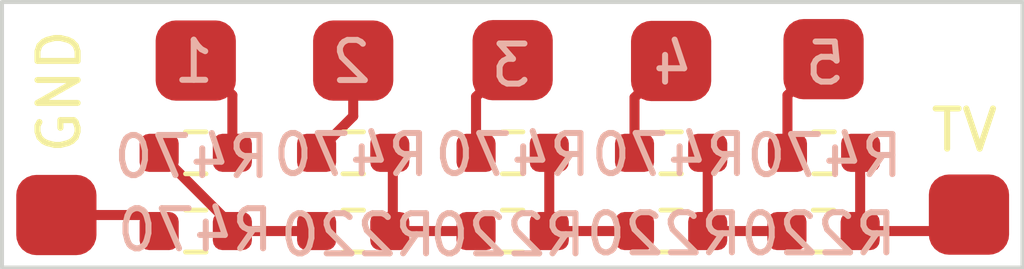
<source format=kicad_pcb>
(kicad_pcb (version 20211014) (generator pcbnew)
  (layers (0 "F.Cu" signal) (31 "B.Cu" signal) (34 "B.Paste" user) (35 "F.Paste" user) (36 "B.SilkS" user "B.Silkscreen") (37 "F.SilkS" user "F.Silkscreen") (38 "B.Mask" user) (39 "F.Mask" user) (44 "Edge.Cuts" user))
  (net 0 "")
  (net 1 "Net-(R3-Pad1)")
  (net 2 "Net-(R1-Pad2)")
  (net 3 "Net-(R2-Pad1)")
  (net 4 "Net-(R5-Pad1)")
  (net 5 "Net-(R4-Pad1)")
  (net 6 "Net-(R7-Pad1)")
  (net 7 "Net-(R6-Pad1)")
  (net 8 "Net-(R8-Pad2)")
  (net 9 "Net-(R8-Pad1)")
  (net 10 "Net-(R9-Pad2)")
  (net 11 "Net-(R10-Pad1)")
  (footprint "custom_connectors:2mm_test_point_smd" (layer "F.Cu") (at 134.35 79.3 180)
    (fp_text reference "TP5" hide)
    (fp_text value "TestPoint" hide)
    (pad "1" smd roundrect locked (at 0 -0.01016 180) (size 2 2) (layers "F.Cu" "F.Paste" "F.Mask") (net 9 "Net-(R8-Pad1)"))
  )
  (footprint "Resistor_SMD:R_0603_1608Metric_Pad0.98x0.95mm_HandSolder" (layer "F.Cu") (at 126.425 83.55)
    (fp_text reference "R3" hide)
    (fp_text value "R 220" hide)
    (fp_line (start -0.254724 0.5225) (end 0.254724 0.5225) (layer "F.SilkS") (width 0.12))
    (fp_line (start -0.254724 -0.5225) (end 0.254724 -0.5225) (layer "F.SilkS") (width 0.12))
    (pad "1" smd roundrect (at -0.9125 0) (size 0.975 0.95) (layers "F.Cu" "F.Paste" "F.Mask") (net 1 "Net-(R3-Pad1)"))
    (pad "2" smd roundrect (at 0.9125 0) (size 0.975 0.95) (layers "F.Cu" "F.Paste" "F.Mask") (net 4 "Net-(R5-Pad1)"))
  )
  (footprint "Resistor_SMD:R_0603_1608Metric_Pad0.98x0.95mm_HandSolder" (layer "F.Cu") (at 138.15 83.55)
    (fp_text reference "R9" hide)
    (fp_text value "R 220" hide)
    (fp_line (start -0.254724 -0.5225) (end 0.254724 -0.5225) (layer "F.SilkS") (width 0.12))
    (fp_line (start -0.254724 0.5225) (end 0.254724 0.5225) (layer "F.SilkS") (width 0.12))
    (pad "1" smd roundrect (at -0.9125 0) (size 0.975 0.95) (layers "F.Cu" "F.Paste" "F.Mask") (net 8 "Net-(R8-Pad2)"))
    (pad "2" smd roundrect (at 0.9125 0) (size 0.975 0.95) (layers "F.Cu" "F.Paste" "F.Mask") (net 10 "Net-(R9-Pad2)"))
  )
  (footprint "custom_connectors:2mm_test_point_smd" (layer "F.Cu") (at 122.5 79.31016)
    (fp_text reference "TP1" hide)
    (fp_text value "TestPoint" hide)
    (pad "1" smd roundrect locked (at 0 -0.01016) (size 2 2) (layers "F.Cu" "F.Paste" "F.Mask") (net 3 "Net-(R2-Pad1)"))
  )
  (footprint "Resistor_SMD:R_0603_1608Metric_Pad0.98x0.95mm_HandSolder" (layer "F.Cu") (at 130.4 83.55)
    (fp_text reference "R5" hide)
    (fp_text value "R 220" hide)
    (fp_line (start -0.254724 -0.5225) (end 0.254724 -0.5225) (layer "F.SilkS") (width 0.12))
    (fp_line (start -0.254724 0.5225) (end 0.254724 0.5225) (layer "F.SilkS") (width 0.12))
    (pad "1" smd roundrect (at -0.9125 0) (size 0.975 0.95) (layers "F.Cu" "F.Paste" "F.Mask") (net 4 "Net-(R5-Pad1)"))
    (pad "2" smd roundrect (at 0.9125 0) (size 0.975 0.95) (layers "F.Cu" "F.Paste" "F.Mask") (net 6 "Net-(R7-Pad1)"))
  )
  (footprint "Resistor_SMD:R_0603_1608Metric_Pad0.98x0.95mm_HandSolder" (layer "F.Cu") (at 130.4 81.6)
    (fp_text reference "R6" hide)
    (fp_text value "R 470" hide)
    (fp_line (start -0.254724 -0.5225) (end 0.254724 -0.5225) (layer "F.SilkS") (width 0.12))
    (fp_line (start -0.254724 0.5225) (end 0.254724 0.5225) (layer "F.SilkS") (width 0.12))
    (pad "1" smd roundrect (at -0.9125 0) (size 0.975 0.95) (layers "F.Cu" "F.Paste" "F.Mask") (net 7 "Net-(R6-Pad1)"))
    (pad "2" smd roundrect (at 0.9125 0) (size 0.975 0.95) (layers "F.Cu" "F.Paste" "F.Mask") (net 6 "Net-(R7-Pad1)"))
  )
  (footprint "custom_connectors:2mm_test_point_smd" (layer "F.Cu") (at 126.425 79.31016)
    (fp_text reference "TP3" hide)
    (fp_text value "TestPoint" hide)
    (pad "1" smd roundrect locked (at 0 -0.01016) (size 2 2) (layers "F.Cu" "F.Paste" "F.Mask") (net 5 "Net-(R4-Pad1)"))
  )
  (footprint "custom_connectors:2mm_test_point_smd" (layer "F.Cu") (at 141.775 83.15)
    (fp_text reference "TP7" hide)
    (fp_text value "TestPoint" hide)
    (pad "1" smd roundrect locked (at 0 -0.01016) (size 2 2) (layers "F.Cu" "F.Paste" "F.Mask") (net 10 "Net-(R9-Pad2)"))
  )
  (footprint "Resistor_SMD:R_0603_1608Metric_Pad0.98x0.95mm_HandSolder" (layer "F.Cu") (at 134.35 83.55)
    (fp_text reference "R7" hide)
    (fp_text value "R 220" hide)
    (fp_line (start -0.254724 -0.5225) (end 0.254724 -0.5225) (layer "F.SilkS") (width 0.12))
    (fp_line (start -0.254724 0.5225) (end 0.254724 0.5225) (layer "F.SilkS") (width 0.12))
    (pad "1" smd roundrect (at -0.9125 0) (size 0.975 0.95) (layers "F.Cu" "F.Paste" "F.Mask") (net 6 "Net-(R7-Pad1)"))
    (pad "2" smd roundrect (at 0.9125 0) (size 0.975 0.95) (layers "F.Cu" "F.Paste" "F.Mask") (net 8 "Net-(R8-Pad2)"))
  )
  (footprint "custom_connectors:2mm_test_point_smd" (layer "F.Cu") (at 119.025 83.16016)
    (fp_text reference "TP2" hide)
    (fp_text value "TestPoint" hide)
    (pad "1" smd roundrect locked (at 0 -0.01016) (size 2 2) (layers "F.Cu" "F.Paste" "F.Mask") (net 2 "Net-(R1-Pad2)"))
  )
  (footprint "custom_connectors:2mm_test_point_smd" (layer "F.Cu") (at 138.15 79.275)
    (fp_text reference "TP6" hide)
    (fp_text value "TestPoint" hide)
    (pad "1" smd roundrect locked (at 0 -0.01016) (size 2 2) (layers "F.Cu" "F.Paste" "F.Mask") (net 11 "Net-(R10-Pad1)"))
  )
  (footprint "Resistor_SMD:R_0603_1608Metric_Pad0.98x0.95mm_HandSolder" (layer "F.Cu") (at 134.35 81.6)
    (fp_text reference "R8" hide)
    (fp_text value "R 470" hide)
    (fp_line (start -0.254724 0.5225) (end 0.254724 0.5225) (layer "F.SilkS") (width 0.12))
    (fp_line (start -0.254724 -0.5225) (end 0.254724 -0.5225) (layer "F.SilkS") (width 0.12))
    (pad "1" smd roundrect (at -0.9125 0) (size 0.975 0.95) (layers "F.Cu" "F.Paste" "F.Mask") (net 9 "Net-(R8-Pad1)"))
    (pad "2" smd roundrect (at 0.9125 0) (size 0.975 0.95) (layers "F.Cu" "F.Paste" "F.Mask") (net 8 "Net-(R8-Pad2)"))
  )
  (footprint "Resistor_SMD:R_0603_1608Metric_Pad0.98x0.95mm_HandSolder" (layer "F.Cu") (at 122.5 81.6 180)
    (fp_text reference "R2" hide)
    (fp_text value "R 470" hide)
    (fp_line (start -0.254724 -0.5225) (end 0.254724 -0.5225) (layer "F.SilkS") (width 0.12))
    (fp_line (start -0.254724 0.5225) (end 0.254724 0.5225) (layer "F.SilkS") (width 0.12))
    (pad "1" smd roundrect (at -0.9125 0 180) (size 0.975 0.95) (layers "F.Cu" "F.Paste" "F.Mask") (net 3 "Net-(R2-Pad1)"))
    (pad "2" smd roundrect (at 0.9125 0 180) (size 0.975 0.95) (layers "F.Cu" "F.Paste" "F.Mask") (net 1 "Net-(R3-Pad1)"))
  )
  (footprint "Resistor_SMD:R_0603_1608Metric_Pad0.98x0.95mm_HandSolder" (layer "F.Cu") (at 126.425 81.6)
    (fp_text reference "R4" hide)
    (fp_text value "R 470" hide)
    (fp_line (start -0.254724 -0.5225) (end 0.254724 -0.5225) (layer "F.SilkS") (width 0.12))
    (fp_line (start -0.254724 0.5225) (end 0.254724 0.5225) (layer "F.SilkS") (width 0.12))
    (pad "1" smd roundrect (at -0.9125 0) (size 0.975 0.95) (layers "F.Cu" "F.Paste" "F.Mask") (net 5 "Net-(R4-Pad1)"))
    (pad "2" smd roundrect (at 0.9125 0) (size 0.975 0.95) (layers "F.Cu" "F.Paste" "F.Mask") (net 4 "Net-(R5-Pad1)"))
  )
  (footprint "Resistor_SMD:R_0603_1608Metric_Pad0.98x0.95mm_HandSolder" (layer "F.Cu") (at 122.5 83.55 180)
    (fp_text reference "R1" hide)
    (fp_text value "R470" (at 0.0125 0.025) (layer "B.SilkS") (effects (justify mirror)))
    (fp_line (start -0.254724 0.5225) (end 0.254724 0.5225) (layer "F.SilkS") (width 0.12))
    (fp_line (start -0.254724 -0.5225) (end 0.254724 -0.5225) (layer "F.SilkS") (width 0.12))
    (pad "1" smd roundrect (at -0.9125 0 180) (size 0.975 0.95) (layers "F.Cu" "F.Paste" "F.Mask") (net 1 "Net-(R3-Pad1)"))
    (pad "2" smd roundrect (at 0.9125 0 180) (size 0.975 0.95) (layers "F.Cu" "F.Paste" "F.Mask") (net 2 "Net-(R1-Pad2)"))
  )
  (footprint "Resistor_SMD:R_0603_1608Metric_Pad0.98x0.95mm_HandSolder" (layer "F.Cu") (at 138.1625 81.6)
    (fp_text reference "R10" hide)
    (fp_text value "R 470" hide)
    (fp_line (start -0.254724 -0.5225) (end 0.254724 -0.5225) (layer "F.SilkS") (width 0.12))
    (fp_line (start -0.254724 0.5225) (end 0.254724 0.5225) (layer "F.SilkS") (width 0.12))
    (pad "1" smd roundrect (at -0.9125 0) (size 0.975 0.95) (layers "F.Cu" "F.Paste" "F.Mask") (net 11 "Net-(R10-Pad1)"))
    (pad "2" smd roundrect (at 0.9125 0) (size 0.975 0.95) (layers "F.Cu" "F.Paste" "F.Mask") (net 10 "Net-(R9-Pad2)"))
  )
  (footprint "custom_connectors:2mm_test_point_smd" (layer "F.Cu") (at 130.4 79.3)
    (fp_text reference "TP4" hide)
    (fp_text value "TestPoint" hide)
    (pad "1" smd roundrect locked (at 0 -0.01016) (size 2 2) (layers "F.Cu" "F.Paste" "F.Mask") (net 7 "Net-(R6-Pad1)"))
  )
  (gr_line (start 117.67 77.84) (end 117.67 84.46) (layer "Edge.Cuts") (width 0.1))
  (gr_line (start 117.67 84.46) (end 143.11 84.46) (layer "Edge.Cuts") (width 0.1))
  (gr_line (start 143.11 77.84) (end 143.11 84.46) (layer "Edge.Cuts") (width 0.1))
  (gr_line (start 117.67 77.84) (end 143.11 77.84) (layer "Edge.Cuts") (width 0.1))
  (gr_text "R220" (at 138.025 83.625) (layer "B.SilkS") (effects (font (size 1 1)) (justify mirror)))
  (gr_text "R470" (at 138.175 81.675) (layer "B.SilkS") (effects (font (size 1 1)) (justify mirror)))
  (gr_text "R470" (at 126.375 81.65) (layer "B.SilkS") (effects (font (size 1 1)) (justify mirror)))
  (gr_text "3" (at 130.36 79.42) (layer "B.SilkS") (effects (font (size 1 1)) (justify mirror)))
  (gr_text "R470" (at 122.4 81.7) (layer "B.SilkS") (effects (font (size 1 1)) (justify mirror)))
  (gr_text "1" (at 122.45 79.325) (layer "B.SilkS") (effects (font (size 1 1)) (justify mirror)))
  (gr_text "4" (at 134.39 79.37) (layer "B.SilkS") (effects (font (size 1 1)) (justify mirror)))
  (gr_text "R470" (at 134.3 81.65) (layer "B.SilkS") (effects (font (size 1 1)) (justify mirror)))
  (gr_text "R470" (at 130.4 81.65) (layer "B.SilkS") (effects (font (size 1 1)) (justify mirror)))
  (gr_text "5" (at 138.19 79.37) (layer "B.SilkS") (effects (font (size 1 1)) (justify mirror)))
  (gr_text "R220" (at 126.55 83.65) (layer "B.SilkS") (effects (font (size 1 1)) (justify mirror)))
  (gr_text "R220" (at 130.275 83.65) (layer "B.SilkS") (effects (font (size 1 1)) (justify mirror)))
  (gr_text "R220" (at 134.175 83.625) (layer "B.SilkS") (effects (font (size 1 1)) (justify mirror)))
  (gr_text "2" (at 126.38 79.33) (layer "B.SilkS") (effects (font (size 1 1)) (justify mirror)))
  (gr_text "GND" (at 119.1 80.07 90) (layer "F.SilkS") (effects (font (size 1 1))))
  (gr_text "TV" (at 141.66 81.04) (layer "F.SilkS") (effects (font (size 1 1))))
  (segment (start 123.4 83.55) (end 123.4 83.4125) (width 0.25) (layer "F.Cu") (net 1))
  (segment (start 123.4 83.4125) (end 121.5875 81.6) (width 0.25) (layer "F.Cu") (net 1))
  (segment (start 123.4 83.55) (end 125.5875 83.55) (width 0.25) (layer "F.Cu") (net 1))
  (segment (start 121.175 83.15) (end 121.575 83.55) (width 0.25) (layer "F.Cu") (net 2))
  (segment (start 119.025 83.15) (end 121.175 83.15) (width 0.25) (layer "F.Cu") (net 2))
  (segment (start 123.4125 80.1625) (end 122.55 79.3) (width 0.25) (layer "F.Cu") (net 3))
  (segment (start 123.4125 81.6) (end 123.4125 80.1625) (width 0.25) (layer "F.Cu") (net 3))
  (segment (start 127.4125 83.55) (end 127.4125 81.65) (width 0.25) (layer "F.Cu") (net 4))
  (segment (start 127.4125 81.65) (end 127.3625 81.6) (width 0.25) (layer "F.Cu") (net 4))
  (segment (start 127.3375 83.55) (end 129.4875 83.55) (width 0.25) (layer "F.Cu") (net 4))
  (segment (start 126.425 80.6875) (end 126.425 79.3) (width 0.25) (layer "F.Cu") (net 5))
  (segment (start 125.5125 81.6) (end 126.425 80.6875) (width 0.25) (layer "F.Cu") (net 5))
  (segment (start 131.3125 83.55) (end 133.4375 83.55) (width 0.25) (layer "F.Cu") (net 6))
  (segment (start 131.3125 83.55) (end 131.3125 81.6) (width 0.25) (layer "F.Cu") (net 6))
  (segment (start 129.4875 81.6) (end 129.4875 80.20234) (width 0.25) (layer "F.Cu") (net 7))
  (segment (start 129.4875 80.20234) (end 130.4 79.28984) (width 0.25) (layer "F.Cu") (net 7))
  (segment (start 135.2625 83.55) (end 135.2625 81.6) (width 0.25) (layer "F.Cu") (net 8))
  (segment (start 135.2625 83.55) (end 137.2375 83.55) (width 0.25) (layer "F.Cu") (net 8))
  (segment (start 133.4375 80.22266) (end 134.35 79.31016) (width 0.25) (layer "F.Cu") (net 9))
  (segment (start 133.4375 81.6) (end 133.4375 80.22266) (width 0.25) (layer "F.Cu") (net 9))
  (segment (start 139.0625 81.6125) (end 139.075 81.6) (width 0.25) (layer "F.Cu") (net 10))
  (segment (start 139.0625 83.55) (end 139.0625 81.6125) (width 0.25) (layer "F.Cu") (net 10))
  (segment (start 139.0625 83.55) (end 141.36484 83.55) (width 0.25) (layer "F.Cu") (net 10))
  (segment (start 141.36484 83.55) (end 141.775 83.13984) (width 0.25) (layer "F.Cu") (net 10))
  (segment (start 137.25 80.16484) (end 138.15 79.26484) (width 0.25) (layer "F.Cu") (net 11))
  (segment (start 137.25 81.6) (end 137.25 80.16484) (width 0.25) (layer "F.Cu") (net 11))
)
</source>
